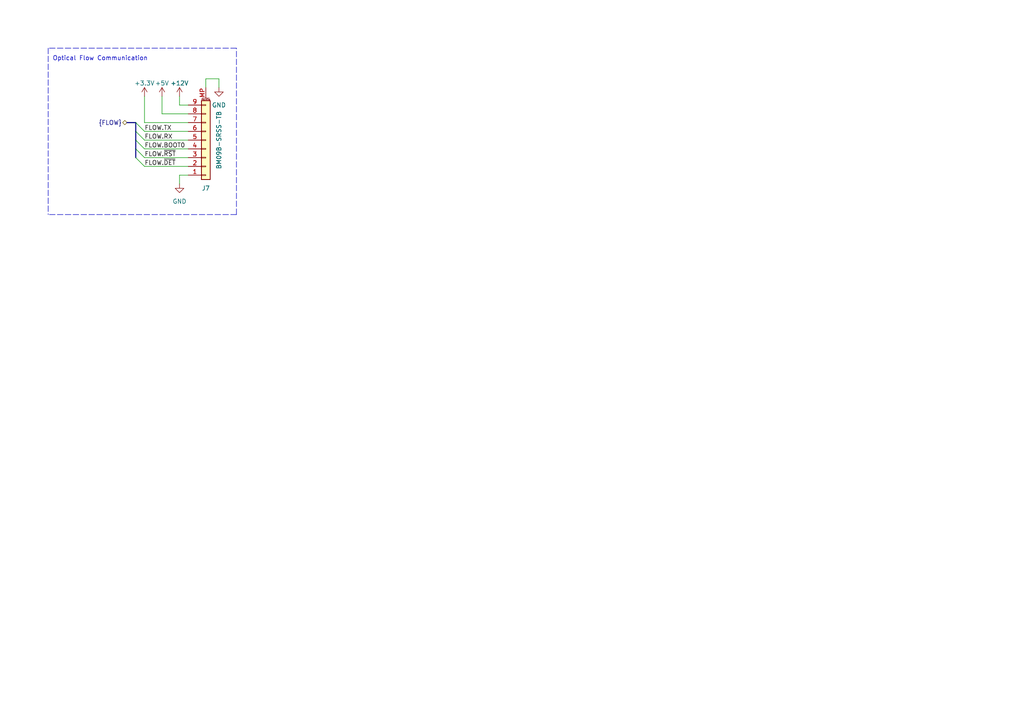
<source format=kicad_sch>
(kicad_sch (version 20230121) (generator eeschema)
  (paper "A4")
  (lib_symbols
    (symbol "Connector_Generic_MountingPin:Conn_01x09_MountingPin" (pin_names (offset 1.016) hide)
      (property "Reference" "J" (at 0 12.7 0))
      (property "Value" "Conn_01x09_MountingPin" (at 1.27 -12.7 0))
      (symbol "Conn_01x09_MountingPin_1_1"
        (rectangle (start -1.27 -10.033) (end 0 -10.287) (stroke (width 0.1524)))
        (rectangle (start -1.27 -7.493) (end 0 -7.747) (stroke (width 0.1524)))
        (rectangle (start -1.27 -4.953) (end 0 -5.207) (stroke (width 0.1524)))
        (rectangle (start -1.27 -2.413) (end 0 -2.667) (stroke (width 0.1524)))
        (rectangle (start -1.27 0.127) (end 0 -0.127) (stroke (width 0.1524)))
        (rectangle (start -1.27 2.667) (end 0 2.413) (stroke (width 0.1524)))
        (rectangle (start -1.27 5.207) (end 0 4.953) (stroke (width 0.1524)))
        (rectangle (start -1.27 7.747) (end 0 7.493) (stroke (width 0.1524)))
        (rectangle (start -1.27 10.287) (end 0 10.033) (stroke (width 0.1524)))
        (rectangle (start -1.27 11.43) (end 1.27 -11.43) (stroke (width 0.254)) (fill (type background)))
        (polyline (pts (xy -1.016 -12.192) (xy 1.016 -12.192)) (stroke (width 0.1524)))
        (text "Mounting" (at 0 -11.811 0) (effects (font (size 0.381 0.381))))
        (pin passive line (at -5.08 10.16 0) (length 3.81) (name "Pin_1") (number "1"))
        (pin passive line (at -5.08 7.62 0) (length 3.81) (name "Pin_2") (number "2"))
        (pin passive line (at -5.08 5.08 0) (length 3.81) (name "Pin_3") (number "3"))
        (pin passive line (at -5.08 2.54 0) (length 3.81) (name "Pin_4") (number "4"))
        (pin passive line (at -5.08 0 0) (length 3.81) (name "Pin_5") (number "5"))
        (pin passive line (at -5.08 -2.54 0) (length 3.81) (name "Pin_6") (number "6"))
        (pin passive line (at -5.08 -5.08 0) (length 3.81) (name "Pin_7") (number "7"))
        (pin passive line (at -5.08 -7.62 0) (length 3.81) (name "Pin_8") (number "8"))
        (pin passive line (at -5.08 -10.16 0) (length 3.81) (name "Pin_9") (number "9"))
        (pin passive line (at 0 -15.24 90) (length 3.048) (name "MountPin") (number "MP"))
      )
    )
    (symbol "power:+12V" (power) (pin_names (offset 0))
      (property "Value" "+12V" (at 0 3.556 0))
      (symbol "+12V_0_1"
        (polyline (pts (xy -0.762 1.27) (xy 0 2.54)))
        (polyline (pts (xy 0 0) (xy 0 2.54)))
        (polyline (pts (xy 0 2.54) (xy 0.762 1.27)))
      )
      (symbol "+12V_1_1"
        (pin power_in line (at 0 0 90) (length 0) hide (name "+12V") (number "1"))
      )
    )
    (symbol "power:+3.3V" (power) (pin_names (offset 0))
      (property "Value" "+3.3V" (at 0 3.556 0))
      (symbol "+3.3V_0_1"
        (polyline (pts (xy -0.762 1.27) (xy 0 2.54)))
        (polyline (pts (xy 0 0) (xy 0 2.54)))
        (polyline (pts (xy 0 2.54) (xy 0.762 1.27)))
      )
      (symbol "+3.3V_1_1"
        (pin power_in line (at 0 0 90) (length 0) hide (name "+3.3V") (number "1"))
      )
    )
    (symbol "power:+5V" (power) (pin_names (offset 0))
      (property "Value" "+5V" (at 0 3.556 0))
      (symbol "+5V_0_1"
        (polyline (pts (xy -0.762 1.27) (xy 0 2.54)))
        (polyline (pts (xy 0 0) (xy 0 2.54)))
        (polyline (pts (xy 0 2.54) (xy 0.762 1.27)))
      )
      (symbol "+5V_1_1"
        (pin power_in line (at 0 0 90) (length 0) hide (name "+5V") (number "1"))
      )
    )
    (symbol "power:GND" (power) (pin_names (offset 0))
      (property "Value" "GND" (at 0 -3.81 0))
      (symbol "GND_0_1"
        (polyline (pts (xy 0 0) (xy 0 -1.27) (xy 1.27 -1.27) (xy 0 -2.54) (xy -1.27 -1.27) (xy 0 -1.27)))
      )
      (symbol "GND_1_1"
        (pin power_in line (at 0 0 270) (length 0) hide (name "GND") (number "1"))
      )
    )
  )
  (bus_entry (at 39.37 38.1) (size 2.54 2.54))
  (bus_entry (at 39.37 35.56) (size 2.54 2.54))
  (bus_entry (at 39.37 40.64) (size 2.54 2.54))
  (bus_entry (at 39.37 45.72) (size 2.54 2.54))
  (bus_entry (at 39.37 43.18) (size 2.54 2.54))
  (bus (pts (xy 39.37 40.64) (xy 39.37 43.18)))
  (wire (pts (xy 52.07 27.94) (xy 52.07 30.48)))
  (wire (pts (xy 41.91 48.26) (xy 54.61 48.26)))
  (wire (pts (xy 41.91 35.56) (xy 41.91 27.94)))
  (polyline (pts (xy 68.58 62.23) (xy 13.97 62.23)) (stroke (width 0) (type dash)))
  (bus (pts (xy 39.37 38.1) (xy 39.37 35.56)))
  (polyline (pts (xy 13.97 13.97) (xy 13.97 62.23)) (stroke (width 0) (type dash)))
  (polyline (pts (xy 68.58 62.23) (xy 68.58 13.97)) (stroke (width 0) (type dash)))
  (wire (pts (xy 41.91 40.64) (xy 54.61 40.64)))
  (wire (pts (xy 59.69 25.4) (xy 59.69 22.86)))
  (wire (pts (xy 54.61 50.8) (xy 52.07 50.8)))
  (wire (pts (xy 41.91 43.18) (xy 54.61 43.18)))
  (bus (pts (xy 39.37 38.1) (xy 39.37 40.64)))
  (wire (pts (xy 41.91 38.1) (xy 54.61 38.1)))
  (wire (pts (xy 54.61 30.48) (xy 52.07 30.48)))
  (wire (pts (xy 54.61 35.56) (xy 41.91 35.56)))
  (wire (pts (xy 41.91 45.72) (xy 54.61 45.72)))
  (bus (pts (xy 39.37 35.56) (xy 36.83 35.56)))
  (wire (pts (xy 63.5 22.86) (xy 63.5 25.4)))
  (wire (pts (xy 46.99 33.02) (xy 54.61 33.02)))
  (bus (pts (xy 39.37 43.18) (xy 39.37 45.72)))
  (polyline (pts (xy 68.58 13.97) (xy 13.97 13.97)) (stroke (width 0) (type dash)))
  (wire (pts (xy 59.69 22.86) (xy 63.5 22.86)))
  (wire (pts (xy 52.07 50.8) (xy 52.07 53.34)))
  (wire (pts (xy 46.99 27.94) (xy 46.99 33.02)))
  (text "Optical Flow Communication" (at 15.24 17.78 0) (effects (font (size 1.27 1.27)) (justify left bottom)))
  (label "FLOW.RX" (at 41.91 40.64 0))
  (label "FLOW.~{DET}" (at 41.91 48.26 0))
  (label "FLOW.BOOT0" (at 41.91 43.18 0))
  (label "FLOW.TX" (at 41.91 38.1 0))
  (label "FLOW.~{RST}" (at 41.91 45.72 0))
  (hierarchical_label "{FLOW}" (shape bidirectional) (at 36.83 35.56 180))
  (symbol (lib_id "power:GND") (at 63.5 25.4 0) (unit 1)
    (property "Reference" "#PWR094" (effects hide))
    (property "Value" "GND" (at 63.5 30.48 0))
    (instances (project "control" (path "" (reference "#PWR094") (unit 1)) (path "" (reference "#PWR032") (unit 1)) (path "" (reference "#PWR0321") (unit 1))))
  )
  (symbol (lib_id "power:+3.3V") (at 41.91 27.94 0) (unit 1)
    (property "Reference" "#PWR090" (effects hide))
    (property "Value" "+3.3V" (at 41.91 24.13 0))
    (instances (project "control" (path "" (reference "#PWR090") (unit 1)) (path "" (reference "#PWR023") (unit 1)) (path "" (reference "#PWR0317") (unit 1))))
  )
  (symbol (lib_id "power:GND") (at 52.07 53.34 0) (unit 1)
    (property "Reference" "#PWR093" (effects hide))
    (property "Value" "GND" (at 52.07 58.42 0))
    (instances (project "control" (path "" (reference "#PWR093") (unit 1)) (path "" (reference "#PWR028") (unit 1)) (path "" (reference "#PWR0320") (unit 1))))
  )
  (symbol (lib_id "Connector_Generic_MountingPin:Conn_01x09_MountingPin") (at 59.69 40.64 0) (mirror x) (unit 1)
    (property "Reference" "J7" (at 59.69 54.61 0))
    (property "Value" "BM09B-SRSS-TB" (at 63.5 40.64 90))
    (property "Footprint" "Connector_JST:JST_SH_BM09B-SRSS-TB_1x09-1MP_P1.00mm_Vertical" (effects hide))
    (instances (project "control" (path "" (reference "J7") (unit 1)) (path "" (reference "J7") (unit 1)) (path "" (reference "J20") (unit 1))))
  )
  (symbol (lib_id "power:+5V") (at 46.99 27.94 0) (unit 1)
    (property "Reference" "#PWR091" (effects hide))
    (property "Value" "+5V" (at 46.9899 24.13 0))
    (instances (project "control" (path "" (reference "#PWR091") (unit 1)) (path "" (reference "#PWR025") (unit 1)) (path "" (reference "#PWR0318") (unit 1))))
  )
  (symbol (lib_id "power:+12V") (at 52.07 27.94 0) (unit 1)
    (property "Reference" "#PWR092" (effects hide))
    (property "Value" "+12V" (at 52.07 24.13 0))
    (instances (project "control" (path "" (reference "#PWR092") (unit 1)) (path "" (reference "#PWR027") (unit 1)) (path "" (reference "#PWR0319") (unit 1))))
  )
)
</source>
